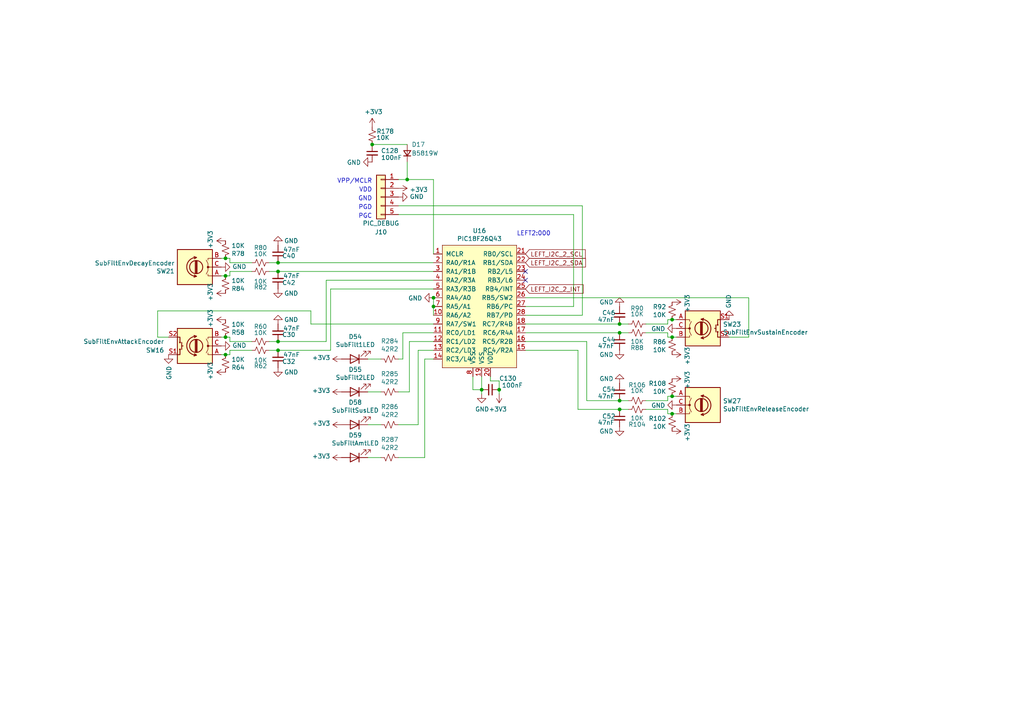
<source format=kicad_sch>
(kicad_sch (version 20210621) (generator eeschema)
  (paper "A4")
  (lib_symbols
    (symbol "Connector_Generic:Conn_01x05" (pin_names (offset 1.016) hide)
      (property "Reference" "J" (at 0 7.62 0))
      (property "Value" "Conn_01x05" (at 0 -7.62 0))
      (symbol "Conn_01x05_1_1"
        (rectangle (start -1.27 -4.953) (end 0 -5.207) (stroke (width 0.1524)))
        (rectangle (start -1.27 -2.413) (end 0 -2.667) (stroke (width 0.1524)))
        (rectangle (start -1.27 0.127) (end 0 -0.127) (stroke (width 0.1524)))
        (rectangle (start -1.27 2.667) (end 0 2.413) (stroke (width 0.1524)))
        (rectangle (start -1.27 5.207) (end 0 4.953) (stroke (width 0.1524)))
        (rectangle (start -1.27 6.35) (end 1.27 -6.35) (stroke (width 0.254)) (fill (type background)))
        (pin passive line (at -5.08 5.08 0) (length 3.81) (name "Pin_1") (number "1"))
        (pin passive line (at -5.08 2.54 0) (length 3.81) (name "Pin_2") (number "2"))
        (pin passive line (at -5.08 0 0) (length 3.81) (name "Pin_3") (number "3"))
        (pin passive line (at -5.08 -2.54 0) (length 3.81) (name "Pin_4") (number "4"))
        (pin passive line (at -5.08 -5.08 0) (length 3.81) (name "Pin_5") (number "5"))
      )
    )
    (symbol "Device:C_Small" (pin_numbers hide) (pin_names (offset 0.254) hide)
      (property "Reference" "C" (at 0.254 1.778 0))
      (property "Value" "C_Small" (at 0.254 -2.032 0))
      (symbol "C_Small_0_1"
        (polyline (pts (xy -1.524 -0.508) (xy 1.524 -0.508)) (stroke (width 0.3302)))
        (polyline (pts (xy -1.524 0.508) (xy 1.524 0.508)) (stroke (width 0.3048)))
      )
      (symbol "C_Small_1_1"
        (pin passive line (at 0 2.54 270) (length 2.032) (name "~") (number "1"))
        (pin passive line (at 0 -2.54 90) (length 2.032) (name "~") (number "2"))
      )
    )
    (symbol "Device:D_Small" (pin_numbers hide) (pin_names (offset 0.254) hide)
      (property "Reference" "D" (at -1.27 2.032 0))
      (property "Value" "D_Small" (at -3.81 -2.032 0))
      (symbol "D_Small_0_1"
        (polyline (pts (xy -0.762 -1.016) (xy -0.762 1.016)) (stroke (width 0.254)))
        (polyline (pts (xy -0.762 0) (xy 0.762 0)))
        (polyline (pts (xy 0.762 -1.016) (xy -0.762 0) (xy 0.762 1.016) (xy 0.762 -1.016)) (stroke (width 0.254)))
      )
      (symbol "D_Small_1_1"
        (pin passive line (at -2.54 0 0) (length 1.778) (name "K") (number "1"))
        (pin passive line (at 2.54 0 180) (length 1.778) (name "A") (number "2"))
      )
    )
    (symbol "Device:LED" (pin_numbers hide) (pin_names (offset 1.016) hide)
      (property "Reference" "D" (at 0 2.54 0))
      (property "Value" "LED" (at 0 -2.54 0))
      (symbol "LED_0_1"
        (polyline (pts (xy -1.27 -1.27) (xy -1.27 1.27)) (stroke (width 0.254)))
        (polyline (pts (xy -1.27 0) (xy 1.27 0)))
        (polyline (pts (xy 1.27 -1.27) (xy 1.27 1.27) (xy -1.27 0) (xy 1.27 -1.27)) (stroke (width 0.254)))
        (polyline (pts (xy -3.048 -0.762) (xy -4.572 -2.286) (xy -3.81 -2.286) (xy -4.572 -2.286) (xy -4.572 -1.524)))
        (polyline (pts (xy -1.778 -0.762) (xy -3.302 -2.286) (xy -2.54 -2.286) (xy -3.302 -2.286) (xy -3.302 -1.524)))
      )
      (symbol "LED_1_1"
        (pin passive line (at -3.81 0 0) (length 2.54) (name "K") (number "1"))
        (pin passive line (at 3.81 0 180) (length 2.54) (name "A") (number "2"))
      )
    )
    (symbol "Device:R_Small_US" (pin_numbers hide) (pin_names (offset 0.254) hide)
      (property "Reference" "R" (at 0.762 0.508 0))
      (property "Value" "R_Small_US" (at 0.762 -1.016 0))
      (symbol "R_Small_US_1_1"
        (polyline (pts (xy 0 0) (xy 1.016 -0.381) (xy 0 -0.762) (xy -1.016 -1.143) (xy 0 -1.524)))
        (polyline (pts (xy 0 1.524) (xy 1.016 1.143) (xy 0 0.762) (xy -1.016 0.381) (xy 0 0)))
        (pin passive line (at 0 2.54 270) (length 1.016) (name "~") (number "1"))
        (pin passive line (at 0 -2.54 90) (length 1.016) (name "~") (number "2"))
      )
    )
    (symbol "Device:RotaryEncoder" (pin_names (offset 0.254) hide)
      (property "Reference" "SW" (at 0 6.604 0))
      (property "Value" "RotaryEncoder" (at 0 -6.604 0))
      (symbol "RotaryEncoder_0_1"
        (arc (start -0.381 -2.794) (end -0.381 2.667) (radius (at -0.381 -0.0508) (length 2.7432) (angles -89.9 89.9)) (stroke (width 0.254)))
        (circle (center -0.381 0) (radius 1.905) (stroke (width 0.254)))
        (circle (center -3.81 0) (radius 0.254) (fill (type outline)))
        (rectangle (start -5.08 5.08) (end 5.08 -5.08) (stroke (width 0.254)) (fill (type background)))
        (polyline (pts (xy -0.635 -1.778) (xy -0.635 1.778)) (stroke (width 0.254)))
        (polyline (pts (xy -0.381 -1.778) (xy -0.381 1.778)) (stroke (width 0.254)))
        (polyline (pts (xy -0.127 1.778) (xy -0.127 -1.778)) (stroke (width 0.254)))
        (polyline (pts (xy -5.08 -2.54) (xy -3.81 -2.54) (xy -3.81 -2.032)))
        (polyline (pts (xy -5.08 2.54) (xy -3.81 2.54) (xy -3.81 2.032)))
        (polyline (pts (xy 0.254 -3.048) (xy -0.508 -2.794) (xy 0.127 -2.413)) (stroke (width 0.254)))
        (polyline (pts (xy 0.254 2.921) (xy -0.508 2.667) (xy 0.127 2.286)) (stroke (width 0.254)))
        (polyline (pts (xy -5.08 0) (xy -3.81 0) (xy -3.81 -1.016) (xy -3.302 -2.032)))
        (polyline (pts (xy -4.318 0) (xy -3.81 0) (xy -3.81 1.016) (xy -3.302 2.032)))
      )
      (symbol "RotaryEncoder_1_1"
        (pin passive line (at -7.62 2.54 0) (length 2.54) (name "A") (number "A"))
        (pin passive line (at -7.62 -2.54 0) (length 2.54) (name "B") (number "B"))
        (pin passive line (at -7.62 0 0) (length 2.54) (name "C") (number "C"))
      )
    )
    (symbol "Device:RotaryEncoder_Switch" (pin_names (offset 0.254) hide)
      (property "Reference" "SW" (at 0 6.604 0))
      (property "Value" "RotaryEncoder_Switch" (at 0 -6.604 0))
      (symbol "RotaryEncoder_Switch_0_1"
        (arc (start -0.381 -2.794) (end -0.381 2.667) (radius (at -0.381 -0.0508) (length 2.7432) (angles -89.9 89.9)) (stroke (width 0.254)))
        (circle (center -0.381 0) (radius 1.905) (stroke (width 0.254)))
        (circle (center 4.318 -1.016) (radius 0.127) (stroke (width 0.254)))
        (circle (center 4.318 1.016) (radius 0.127) (stroke (width 0.254)))
        (circle (center -3.81 0) (radius 0.254) (fill (type outline)))
        (rectangle (start -5.08 5.08) (end 5.08 -5.08) (stroke (width 0.254)) (fill (type background)))
        (polyline (pts (xy -0.635 -1.778) (xy -0.635 1.778)) (stroke (width 0.254)))
        (polyline (pts (xy -0.381 -1.778) (xy -0.381 1.778)) (stroke (width 0.254)))
        (polyline (pts (xy -0.127 1.778) (xy -0.127 -1.778)) (stroke (width 0.254)))
        (polyline (pts (xy 3.81 0) (xy 3.429 0)) (stroke (width 0.254)))
        (polyline (pts (xy 3.81 1.016) (xy 3.81 -1.016)) (stroke (width 0.254)))
        (polyline (pts (xy -5.08 -2.54) (xy -3.81 -2.54) (xy -3.81 -2.032)))
        (polyline (pts (xy -5.08 2.54) (xy -3.81 2.54) (xy -3.81 2.032)))
        (polyline (pts (xy 0.254 -3.048) (xy -0.508 -2.794) (xy 0.127 -2.413)) (stroke (width 0.254)))
        (polyline (pts (xy 0.254 2.921) (xy -0.508 2.667) (xy 0.127 2.286)) (stroke (width 0.254)))
        (polyline (pts (xy 5.08 -2.54) (xy 4.318 -2.54) (xy 4.318 -1.016)) (stroke (width 0.254)))
        (polyline (pts (xy 5.08 2.54) (xy 4.318 2.54) (xy 4.318 1.016)) (stroke (width 0.254)))
        (polyline (pts (xy -5.08 0) (xy -3.81 0) (xy -3.81 -1.016) (xy -3.302 -2.032)))
        (polyline (pts (xy -4.318 0) (xy -3.81 0) (xy -3.81 1.016) (xy -3.302 2.032)))
      )
      (symbol "RotaryEncoder_Switch_1_1"
        (pin passive line (at -7.62 2.54 0) (length 2.54) (name "A") (number "A"))
        (pin passive line (at -7.62 -2.54 0) (length 2.54) (name "B") (number "B"))
        (pin passive line (at -7.62 0 0) (length 2.54) (name "C") (number "C"))
        (pin passive line (at 7.62 2.54 180) (length 2.54) (name "S1") (number "S1"))
        (pin passive line (at 7.62 -2.54 180) (length 2.54) (name "S2") (number "S2"))
      )
    )
    (symbol "PIC18F26Q43:PIC18F26Q43" (pin_names (offset 1.016))
      (property "Reference" "U" (at -6.35 -1.27 0))
      (property "Value" "PIC18F26Q43" (at -6.35 -3.81 0))
      (symbol "PIC18F26Q43_0_1"
        (rectangle (start -17.78 -6.35) (end 3.81 -41.91) (fill (type background)))
      )
      (symbol "PIC18F26Q43_1_1"
        (pin input line (at -20.32 -8.89 0) (length 2.54) (name "MCLR") (number "1"))
        (pin input line (at -20.32 -26.67 0) (length 2.54) (name "RA6/A2") (number "10"))
        (pin output line (at -20.32 -31.75 0) (length 2.54) (name "RC0/LD1") (number "11"))
        (pin output line (at -20.32 -34.29 0) (length 2.54) (name "RC1/LD2") (number "12"))
        (pin output line (at -20.32 -36.83 0) (length 2.54) (name "RC2/LD3") (number "13"))
        (pin output line (at -20.32 -39.37 0) (length 2.54) (name "RC3/L4") (number "14"))
        (pin input line (at 6.35 -36.83 180) (length 2.54) (name "RC4/R2A") (number "15"))
        (pin input line (at 6.35 -34.29 180) (length 2.54) (name "RC5/R2B") (number "16"))
        (pin input line (at 6.35 -31.75 180) (length 2.54) (name "RC6/R4A") (number "17"))
        (pin input line (at 6.35 -29.21 180) (length 2.54) (name "RC7/R4B") (number "18"))
        (pin power_in line (at -6.35 -44.45 90) (length 2.54) (name "VSS") (number "19"))
        (pin input line (at -20.32 -11.43 0) (length 2.54) (name "RA0/R1A") (number "2"))
        (pin power_in line (at -3.81 -44.45 90) (length 2.54) (name "VDD") (number "20"))
        (pin input line (at 6.35 -8.89 180) (length 2.54) (name "RB0/SCL") (number "21"))
        (pin bidirectional line (at 6.35 -11.43 180) (length 2.54) (name "RB1/SDA") (number "22"))
        (pin output line (at 6.35 -13.97 180) (length 2.54) (name "RB2/L5") (number "23"))
        (pin output line (at 6.35 -16.51 180) (length 2.54) (name "RB3/L6") (number "24"))
        (pin bidirectional line (at 6.35 -19.05 180) (length 2.54) (name "RB4/INT") (number "25"))
        (pin output line (at 6.35 -21.59 180) (length 2.54) (name "RB5/SW2") (number "26"))
        (pin input line (at 6.35 -24.13 180) (length 2.54) (name "RB6/PC") (number "27"))
        (pin input line (at 6.35 -26.67 180) (length 2.54) (name "RB7/PD") (number "28"))
        (pin input line (at -20.32 -13.97 0) (length 2.54) (name "RA1/R1B") (number "3"))
        (pin input line (at -20.32 -16.51 0) (length 2.54) (name "RA2/R3A") (number "4"))
        (pin input line (at -20.32 -19.05 0) (length 2.54) (name "RA3/R3B") (number "5"))
        (pin input line (at -20.32 -21.59 0) (length 2.54) (name "RA4/A0") (number "6"))
        (pin input line (at -20.32 -24.13 0) (length 2.54) (name "RA5/A1") (number "7"))
        (pin power_in line (at -8.89 -44.45 90) (length 2.54) (name "VSS") (number "8"))
        (pin input line (at -20.32 -29.21 0) (length 2.54) (name "RA7/SW1") (number "9"))
      )
    )
    (symbol "power:+3.3V" (power) (pin_names (offset 0))
      (property "Value" "+3.3V" (at 0 3.556 0))
      (symbol "+3.3V_0_1"
        (polyline (pts (xy -0.762 1.27) (xy 0 2.54)))
        (polyline (pts (xy 0 0) (xy 0 2.54)))
        (polyline (pts (xy 0 2.54) (xy 0.762 1.27)))
      )
      (symbol "+3.3V_1_1"
        (pin power_in line (at 0 0 90) (length 0) hide (name "+3V3") (number "1"))
      )
    )
    (symbol "power:GND" (power) (pin_names (offset 0))
      (property "Value" "GND" (at 0 -3.81 0))
      (symbol "GND_0_1"
        (polyline (pts (xy 0 0) (xy 0 -1.27) (xy 1.27 -1.27) (xy 0 -2.54) (xy -1.27 -1.27) (xy 0 -1.27)))
      )
      (symbol "GND_1_1"
        (pin power_in line (at 0 0 270) (length 0) hide (name "GND") (number "1"))
      )
    )
  )
  (junction (at 65.405 74.93))
  (junction (at 65.405 80.01))
  (junction (at 65.405 97.79))
  (junction (at 65.405 102.87))
  (junction (at 80.645 76.2))
  (junction (at 80.645 78.74))
  (junction (at 80.645 99.06))
  (junction (at 80.645 101.6))
  (junction (at 107.95 41.91))
  (junction (at 118.11 52.07))
  (junction (at 125.73 86.36))
  (junction (at 125.73 88.9))
  (junction (at 139.7 113.03))
  (junction (at 144.78 113.03))
  (junction (at 179.705 93.98))
  (junction (at 179.705 96.52))
  (junction (at 179.705 116.205))
  (junction (at 179.705 118.745))
  (junction (at 194.945 92.71))
  (junction (at 194.945 97.79))
  (junction (at 194.945 114.935))
  (junction (at 194.945 120.015))
  (no_connect (at 152.4 78.74))
  (no_connect (at 152.4 81.28))
  (wire (pts (xy 45.72 90.17) (xy 45.72 97.79)))
  (wire (pts (xy 45.72 97.79) (xy 48.895 97.79)))
  (wire (pts (xy 65.405 74.93) (xy 64.135 74.93)))
  (wire (pts (xy 65.405 80.01) (xy 64.135 80.01)))
  (wire (pts (xy 65.405 97.79) (xy 64.135 97.79)))
  (wire (pts (xy 65.405 102.87) (xy 64.135 102.87)))
  (wire (pts (xy 66.675 74.93) (xy 65.405 74.93)))
  (wire (pts (xy 66.675 76.2) (xy 66.675 74.93)))
  (wire (pts (xy 66.675 80.01) (xy 65.405 80.01)))
  (wire (pts (xy 66.675 80.01) (xy 66.675 78.74)))
  (wire (pts (xy 66.675 97.79) (xy 65.405 97.79)))
  (wire (pts (xy 66.675 99.06) (xy 66.675 97.79)))
  (wire (pts (xy 66.675 102.87) (xy 65.405 102.87)))
  (wire (pts (xy 66.675 102.87) (xy 66.675 101.6)))
  (wire (pts (xy 73.025 76.2) (xy 66.675 76.2)))
  (wire (pts (xy 73.025 78.74) (xy 66.675 78.74)))
  (wire (pts (xy 73.025 99.06) (xy 66.675 99.06)))
  (wire (pts (xy 73.025 101.6) (xy 66.675 101.6)))
  (wire (pts (xy 78.105 76.2) (xy 80.645 76.2)))
  (wire (pts (xy 78.105 78.74) (xy 80.645 78.74)))
  (wire (pts (xy 78.105 99.06) (xy 80.645 99.06)))
  (wire (pts (xy 78.105 101.6) (xy 80.645 101.6)))
  (wire (pts (xy 80.645 76.2) (xy 125.73 76.2)))
  (wire (pts (xy 80.645 78.74) (xy 125.73 78.74)))
  (wire (pts (xy 80.645 99.06) (xy 94.615 99.06)))
  (wire (pts (xy 80.645 101.6) (xy 95.885 101.6)))
  (wire (pts (xy 90.17 90.17) (xy 45.72 90.17)))
  (wire (pts (xy 90.17 93.98) (xy 90.17 90.17)))
  (wire (pts (xy 94.615 81.28) (xy 94.615 99.06)))
  (wire (pts (xy 95.885 83.82) (xy 95.885 101.6)))
  (wire (pts (xy 95.885 83.82) (xy 125.73 83.82)))
  (wire (pts (xy 106.68 113.665) (xy 110.49 113.665)))
  (wire (pts (xy 106.68 123.19) (xy 110.49 123.19)))
  (wire (pts (xy 106.68 132.715) (xy 110.49 132.715)))
  (wire (pts (xy 107.95 41.91) (xy 118.11 41.91)))
  (wire (pts (xy 110.49 104.14) (xy 106.68 104.14)))
  (wire (pts (xy 115.57 52.07) (xy 118.11 52.07)))
  (wire (pts (xy 115.57 59.69) (xy 168.91 59.69)))
  (wire (pts (xy 115.57 62.23) (xy 166.37 62.23)))
  (wire (pts (xy 115.57 113.665) (xy 118.745 113.665)))
  (wire (pts (xy 115.57 123.19) (xy 121.285 123.19)))
  (wire (pts (xy 116.84 96.52) (xy 116.84 104.14)))
  (wire (pts (xy 116.84 96.52) (xy 125.73 96.52)))
  (wire (pts (xy 116.84 104.14) (xy 115.57 104.14)))
  (wire (pts (xy 118.11 52.07) (xy 118.11 46.99)))
  (wire (pts (xy 118.745 99.06) (xy 125.73 99.06)))
  (wire (pts (xy 118.745 113.665) (xy 118.745 99.06)))
  (wire (pts (xy 121.285 101.6) (xy 125.73 101.6)))
  (wire (pts (xy 121.285 123.19) (xy 121.285 101.6)))
  (wire (pts (xy 123.19 104.14) (xy 123.19 132.715)))
  (wire (pts (xy 123.19 132.715) (xy 115.57 132.715)))
  (wire (pts (xy 125.73 52.07) (xy 118.11 52.07)))
  (wire (pts (xy 125.73 52.07) (xy 125.73 73.66)))
  (wire (pts (xy 125.73 81.28) (xy 94.615 81.28)))
  (wire (pts (xy 125.73 86.36) (xy 125.73 88.9)))
  (wire (pts (xy 125.73 88.9) (xy 125.73 91.44)))
  (wire (pts (xy 125.73 93.98) (xy 90.17 93.98)))
  (wire (pts (xy 125.73 104.14) (xy 123.19 104.14)))
  (wire (pts (xy 137.16 109.22) (xy 137.16 113.03)))
  (wire (pts (xy 137.16 113.03) (xy 139.7 113.03)))
  (wire (pts (xy 139.7 109.22) (xy 139.7 113.03)))
  (wire (pts (xy 139.7 113.03) (xy 139.7 114.3)))
  (wire (pts (xy 142.24 109.22) (xy 142.24 110.49)))
  (wire (pts (xy 144.78 110.49) (xy 142.24 110.49)))
  (wire (pts (xy 144.78 110.49) (xy 144.78 113.03)))
  (wire (pts (xy 144.78 114.3) (xy 144.78 113.03)))
  (wire (pts (xy 152.4 86.36) (xy 217.17 86.36)))
  (wire (pts (xy 152.4 91.44) (xy 168.91 91.44)))
  (wire (pts (xy 152.4 93.98) (xy 179.705 93.98)))
  (wire (pts (xy 152.4 96.52) (xy 179.705 96.52)))
  (wire (pts (xy 152.4 101.6) (xy 167.64 101.6)))
  (wire (pts (xy 166.37 62.23) (xy 166.37 88.9)))
  (wire (pts (xy 166.37 88.9) (xy 152.4 88.9)))
  (wire (pts (xy 167.64 101.6) (xy 167.64 118.745)))
  (wire (pts (xy 167.64 118.745) (xy 179.705 118.745)))
  (wire (pts (xy 168.91 59.69) (xy 168.91 91.44)))
  (wire (pts (xy 170.18 99.06) (xy 152.4 99.06)))
  (wire (pts (xy 170.18 116.205) (xy 170.18 99.06)))
  (wire (pts (xy 170.18 116.205) (xy 179.705 116.205)))
  (wire (pts (xy 182.245 93.98) (xy 179.705 93.98)))
  (wire (pts (xy 182.245 96.52) (xy 179.705 96.52)))
  (wire (pts (xy 182.245 116.205) (xy 179.705 116.205)))
  (wire (pts (xy 182.245 118.745) (xy 179.705 118.745)))
  (wire (pts (xy 187.325 93.98) (xy 193.675 93.98)))
  (wire (pts (xy 187.325 96.52) (xy 193.675 96.52)))
  (wire (pts (xy 187.325 116.205) (xy 193.675 116.205)))
  (wire (pts (xy 187.325 118.745) (xy 193.675 118.745)))
  (wire (pts (xy 193.675 92.71) (xy 193.675 93.98)))
  (wire (pts (xy 193.675 92.71) (xy 194.945 92.71)))
  (wire (pts (xy 193.675 96.52) (xy 193.675 97.79)))
  (wire (pts (xy 193.675 97.79) (xy 194.945 97.79)))
  (wire (pts (xy 193.675 114.935) (xy 193.675 116.205)))
  (wire (pts (xy 193.675 114.935) (xy 194.945 114.935)))
  (wire (pts (xy 193.675 118.745) (xy 193.675 120.015)))
  (wire (pts (xy 193.675 120.015) (xy 194.945 120.015)))
  (wire (pts (xy 194.945 92.71) (xy 196.215 92.71)))
  (wire (pts (xy 194.945 97.79) (xy 196.215 97.79)))
  (wire (pts (xy 194.945 114.935) (xy 196.215 114.935)))
  (wire (pts (xy 194.945 120.015) (xy 196.215 120.015)))
  (wire (pts (xy 217.17 86.36) (xy 217.17 97.79)))
  (wire (pts (xy 217.17 97.79) (xy 211.455 97.79)))
  (text "VPP/MCLR" (at 107.95 53.34 180) (effects (font (size 1.27 1.27)) (justify right bottom)))
  (text "VDD" (at 107.95 55.88 180) (effects (font (size 1.27 1.27)) (justify right bottom)))
  (text "GND" (at 107.95 58.42 180) (effects (font (size 1.27 1.27)) (justify right bottom)))
  (text "PGD" (at 107.95 60.96 180) (effects (font (size 1.27 1.27)) (justify right bottom)))
  (text "PGC" (at 107.95 63.5 180) (effects (font (size 1.27 1.27)) (justify right bottom)))
  (text "LEFT2:000" (at 149.86 68.58 0) (effects (font (size 1.27 1.27)) (justify left bottom)))
  (global_label "LEFT_I2C_2_SCL" (shape input) (at 152.4 73.66 0) (property "Intersheet References" "${INTERSHEET_REFS}" (effects hide)))
  (global_label "LEFT_I2C_2_SDA" (shape input) (at 152.4 76.2 0) (property "Intersheet References" "${INTERSHEET_REFS}" (effects hide)))
  (global_label "LEFT_I2C_2_INT" (shape input) (at 152.4 83.82 0) (property "Intersheet References" "${INTERSHEET_REFS}" (effects hide)))
  (symbol (lib_id "power:+3.3V") (at 65.405 69.85 90) (unit 1)
    (property "Reference" "#PWR0349" (effects hide))
    (property "Value" "+3.3V" (at 61.0108 69.469 0))
  )
  (symbol (lib_id "power:+3.3V") (at 65.405 85.09 90) (unit 1)
    (property "Reference" "#PWR0351" (effects hide))
    (property "Value" "+3.3V" (at 61.0108 84.709 0))
  )
  (symbol (lib_id "power:+3.3V") (at 65.405 92.71 90) (unit 1)
    (property "Reference" "#PWR0344" (effects hide))
    (property "Value" "+3.3V" (at 61.0108 92.329 0))
  )
  (symbol (lib_id "power:+3.3V") (at 65.405 107.95 90) (unit 1)
    (property "Reference" "#PWR0346" (effects hide))
    (property "Value" "+3.3V" (at 61.0108 107.569 0))
  )
  (symbol (lib_id "power:+3.3V") (at 99.06 104.14 90) (unit 1)
    (property "Reference" "#PWR0630" (effects hide))
    (property "Value" "+3.3V" (at 95.8088 103.759 90) (effects (justify left)))
  )
  (symbol (lib_id "power:+3.3V") (at 99.06 113.665 90) (unit 1)
    (property "Reference" "#PWR0631" (effects hide))
    (property "Value" "+3.3V" (at 95.8088 113.284 90) (effects (justify left)))
  )
  (symbol (lib_id "power:+3.3V") (at 99.06 123.19 90) (unit 1)
    (property "Reference" "#PWR0632" (effects hide))
    (property "Value" "+3.3V" (at 95.8088 122.809 90) (effects (justify left)))
  )
  (symbol (lib_id "power:+3.3V") (at 99.06 132.715 90) (unit 1)
    (property "Reference" "#PWR0633" (effects hide))
    (property "Value" "+3.3V" (at 95.8088 132.334 90) (effects (justify left)))
  )
  (symbol (lib_id "power:+3.3V") (at 107.95 36.83 0) (unit 1)
    (property "Reference" "#PWR0339" (effects hide))
    (property "Value" "+3.3V" (at 108.331 32.4358 0))
  )
  (symbol (lib_id "power:+3.3V") (at 115.57 54.61 270) (unit 1)
    (property "Reference" "#PWR0341" (effects hide))
    (property "Value" "+3.3V" (at 118.8212 54.991 90) (effects (justify left)))
  )
  (symbol (lib_id "power:+3.3V") (at 144.78 114.3 180) (unit 1)
    (property "Reference" "#PWR0343" (effects hide))
    (property "Value" "+3.3V" (at 144.399 118.6942 0))
  )
  (symbol (lib_id "power:+3.3V") (at 194.945 87.63 270) (unit 1)
    (property "Reference" "#PWR0356" (effects hide))
    (property "Value" "+3.3V" (at 199.3392 88.011 0))
  )
  (symbol (lib_id "power:+3.3V") (at 194.945 102.87 270) (unit 1)
    (property "Reference" "#PWR0354" (effects hide))
    (property "Value" "+3.3V" (at 199.3392 103.251 0))
  )
  (symbol (lib_id "power:+3.3V") (at 194.945 109.855 270) (unit 1)
    (property "Reference" "#PWR0361" (effects hide))
    (property "Value" "+3.3V" (at 199.3392 110.236 0))
  )
  (symbol (lib_id "power:+3.3V") (at 194.945 125.095 270) (unit 1)
    (property "Reference" "#PWR0359" (effects hide))
    (property "Value" "+3.3V" (at 199.3392 125.476 0))
  )
  (symbol (lib_id "power:GND") (at 48.895 102.87 0) (unit 1)
    (property "Reference" "#PWR0246" (effects hide))
    (property "Value" "GND" (at 49.022 106.1212 90) (effects (justify right)))
  )
  (symbol (lib_id "power:GND") (at 64.135 77.47 90) (unit 1)
    (property "Reference" "#PWR0147" (effects hide))
    (property "Value" "GND" (at 67.3862 77.343 90) (effects (justify right)))
  )
  (symbol (lib_id "power:GND") (at 64.135 100.33 90) (unit 1)
    (property "Reference" "#PWR0124" (effects hide))
    (property "Value" "GND" (at 67.3862 100.203 90) (effects (justify right)))
  )
  (symbol (lib_id "power:GND") (at 80.645 71.12 180) (unit 1)
    (property "Reference" "#PWR0145" (effects hide))
    (property "Value" "GND" (at 84.455 69.85 0))
  )
  (symbol (lib_id "power:GND") (at 80.645 83.82 0) (unit 1)
    (property "Reference" "#PWR0149" (effects hide))
    (property "Value" "GND" (at 84.455 85.09 0))
  )
  (symbol (lib_id "power:GND") (at 80.645 93.98 180) (unit 1)
    (property "Reference" "#PWR0122" (effects hide))
    (property "Value" "GND" (at 84.455 92.71 0))
  )
  (symbol (lib_id "power:GND") (at 80.645 106.68 0) (unit 1)
    (property "Reference" "#PWR0128" (effects hide))
    (property "Value" "GND" (at 84.455 107.95 0))
  )
  (symbol (lib_id "power:GND") (at 107.95 46.99 270) (unit 1)
    (property "Reference" "#PWR0352" (effects hide))
    (property "Value" "GND" (at 104.6988 47.117 90) (effects (justify right)))
  )
  (symbol (lib_id "power:GND") (at 115.57 57.15 90) (unit 1)
    (property "Reference" "#PWR0350" (effects hide))
    (property "Value" "GND" (at 118.8212 57.023 90) (effects (justify right)))
  )
  (symbol (lib_id "power:GND") (at 125.73 86.36 270) (unit 1)
    (property "Reference" "#PWR0914" (effects hide))
    (property "Value" "GND" (at 122.4788 86.487 90) (effects (justify right)))
  )
  (symbol (lib_id "power:GND") (at 139.7 114.3 0) (unit 1)
    (property "Reference" "#PWR0265" (effects hide))
    (property "Value" "GND" (at 139.827 118.6942 0))
  )
  (symbol (lib_id "power:GND") (at 179.705 88.9 180) (unit 1)
    (property "Reference" "#PWR0158" (effects hide))
    (property "Value" "GND" (at 175.895 87.63 0))
  )
  (symbol (lib_id "power:GND") (at 179.705 101.6 0) (unit 1)
    (property "Reference" "#PWR0154" (effects hide))
    (property "Value" "GND" (at 175.895 102.87 0))
  )
  (symbol (lib_id "power:GND") (at 179.705 111.125 180) (unit 1)
    (property "Reference" "#PWR0175" (effects hide))
    (property "Value" "GND" (at 175.895 109.855 0))
  )
  (symbol (lib_id "power:GND") (at 179.705 123.825 0) (unit 1)
    (property "Reference" "#PWR0171" (effects hide))
    (property "Value" "GND" (at 175.895 125.095 0))
  )
  (symbol (lib_id "power:GND") (at 196.215 95.25 270) (unit 1)
    (property "Reference" "#PWR0156" (effects hide))
    (property "Value" "GND" (at 192.9638 95.377 90) (effects (justify right)))
  )
  (symbol (lib_id "power:GND") (at 196.215 117.475 270) (unit 1)
    (property "Reference" "#PWR0173" (effects hide))
    (property "Value" "GND" (at 192.9638 117.602 90) (effects (justify right)))
  )
  (symbol (lib_id "power:GND") (at 211.455 92.71 180) (unit 1)
    (property "Reference" "#PWR0616" (effects hide))
    (property "Value" "GND" (at 211.328 89.4588 90) (effects (justify right)))
  )
  (symbol (lib_id "Device:R_Small_US") (at 65.405 72.39 0) (mirror y) (unit 1)
    (property "Reference" "R78" (at 67.1068 73.5584 0) (effects (justify right)))
    (property "Value" "10K" (at 67.1068 71.247 0) (effects (justify right)))
    (property "Footprint" "Resistor_SMD:R_0402_1005Metric" (effects hide))
    (property "LCSC" "C25744" (effects hide))
  )
  (symbol (lib_id "Device:R_Small_US") (at 65.405 82.55 0) (mirror y) (unit 1)
    (property "Reference" "R84" (at 67.1068 83.7184 0) (effects (justify right)))
    (property "Value" "10K" (at 67.1068 81.407 0) (effects (justify right)))
    (property "Footprint" "Resistor_SMD:R_0402_1005Metric" (effects hide))
    (property "LCSC" "C25744" (effects hide))
  )
  (symbol (lib_id "Device:R_Small_US") (at 65.405 95.25 0) (mirror y) (unit 1)
    (property "Reference" "R58" (at 67.1068 96.4184 0) (effects (justify right)))
    (property "Value" "10K" (at 67.1068 94.107 0) (effects (justify right)))
    (property "Footprint" "Resistor_SMD:R_0402_1005Metric" (effects hide))
    (property "LCSC" "C25744" (effects hide))
  )
  (symbol (lib_id "Device:R_Small_US") (at 65.405 105.41 0) (mirror y) (unit 1)
    (property "Reference" "R64" (at 67.1068 106.5784 0) (effects (justify right)))
    (property "Value" "10K" (at 67.1068 104.267 0) (effects (justify right)))
    (property "Footprint" "Resistor_SMD:R_0402_1005Metric" (effects hide))
    (property "LCSC" "C25744" (effects hide))
  )
  (symbol (lib_id "Device:R_Small_US") (at 75.565 76.2 270) (unit 1)
    (property "Reference" "R80" (at 75.565 71.12 90) (effects (justify top)))
    (property "Value" "10K" (at 75.565 73.66 90))
    (property "Footprint" "Resistor_SMD:R_0402_1005Metric" (effects hide))
    (property "LCSC" "C25744" (effects hide))
  )
  (symbol (lib_id "Device:R_Small_US") (at 75.565 78.74 90) (unit 1)
    (property "Reference" "R82" (at 75.565 82.55 90) (effects (justify bottom)))
    (property "Value" "10K" (at 75.565 81.6356 90))
    (property "Footprint" "Resistor_SMD:R_0402_1005Metric" (effects hide))
    (property "LCSC" "C25744" (effects hide))
  )
  (symbol (lib_id "Device:R_Small_US") (at 75.565 99.06 270) (unit 1)
    (property "Reference" "R60" (at 75.565 93.98 90) (effects (justify top)))
    (property "Value" "10K" (at 75.565 96.52 90))
    (property "Footprint" "Resistor_SMD:R_0402_1005Metric" (effects hide))
    (property "LCSC" "C25744" (effects hide))
  )
  (symbol (lib_id "Device:R_Small_US") (at 75.565 101.6 90) (unit 1)
    (property "Reference" "R62" (at 75.565 105.41 90) (effects (justify bottom)))
    (property "Value" "10K" (at 75.565 104.4956 90))
    (property "Footprint" "Resistor_SMD:R_0402_1005Metric" (effects hide))
    (property "LCSC" "C25744" (effects hide))
  )
  (symbol (lib_id "Device:R_Small_US") (at 107.95 39.37 180) (unit 1)
    (property "Reference" "R178" (at 114.3 38.1 0) (effects (justify left)))
    (property "Value" "10K" (at 113.03 40.64 0) (effects (justify left top)))
    (property "Footprint" "Resistor_SMD:R_0603_1608Metric" (effects hide))
    (property "LCSC" "C25804" (effects hide))
  )
  (symbol (lib_id "Device:R_Small_US") (at 113.03 104.14 90) (mirror x) (unit 1)
    (property "Reference" "R284" (at 113.03 98.933 90))
    (property "Value" "42R2" (at 113.03 101.2444 90))
    (property "Footprint" "Resistor_SMD:R_0603_1608Metric" (effects hide))
    (property "LCSC" "C23182" (effects hide))
  )
  (symbol (lib_id "Device:R_Small_US") (at 113.03 113.665 90) (mirror x) (unit 1)
    (property "Reference" "R285" (at 113.03 108.458 90))
    (property "Value" "42R2" (at 113.03 110.7694 90))
    (property "Footprint" "Resistor_SMD:R_0603_1608Metric" (effects hide))
    (property "LCSC" "C23182" (effects hide))
  )
  (symbol (lib_id "Device:R_Small_US") (at 113.03 123.19 90) (mirror x) (unit 1)
    (property "Reference" "R286" (at 113.03 117.983 90))
    (property "Value" "42R2" (at 113.03 120.2944 90))
    (property "Footprint" "Resistor_SMD:R_0603_1608Metric" (effects hide))
    (property "LCSC" "C23182" (effects hide))
  )
  (symbol (lib_id "Device:R_Small_US") (at 113.03 132.715 90) (mirror x) (unit 1)
    (property "Reference" "R287" (at 113.03 127.508 90))
    (property "Value" "42R2" (at 113.03 129.8194 90))
    (property "Footprint" "Resistor_SMD:R_0603_1608Metric" (effects hide))
    (property "LCSC" "C23182" (effects hide))
  )
  (symbol (lib_id "Device:R_Small_US") (at 184.785 93.98 270) (unit 1)
    (property "Reference" "R90" (at 184.785 90.17 90) (effects (justify bottom)))
    (property "Value" "10K" (at 184.785 91.0844 90))
    (property "Footprint" "Resistor_SMD:R_0402_1005Metric" (effects hide))
    (property "LCSC" "C25744" (effects hide))
  )
  (symbol (lib_id "Device:R_Small_US") (at 184.785 96.52 90) (unit 1)
    (property "Reference" "R88" (at 184.785 101.6 90) (effects (justify top)))
    (property "Value" "10K" (at 184.785 99.06 90))
    (property "Footprint" "Resistor_SMD:R_0402_1005Metric" (effects hide))
    (property "LCSC" "C25744" (effects hide))
  )
  (symbol (lib_id "Device:R_Small_US") (at 184.785 116.205 270) (unit 1)
    (property "Reference" "R106" (at 184.785 112.395 90) (effects (justify bottom)))
    (property "Value" "10K" (at 184.785 113.3094 90))
    (property "Footprint" "Resistor_SMD:R_0402_1005Metric" (effects hide))
    (property "LCSC" "C25744" (effects hide))
  )
  (symbol (lib_id "Device:R_Small_US") (at 184.785 118.745 90) (unit 1)
    (property "Reference" "R104" (at 184.785 123.825 90) (effects (justify top)))
    (property "Value" "10K" (at 184.785 121.285 90))
    (property "Footprint" "Resistor_SMD:R_0402_1005Metric" (effects hide))
    (property "LCSC" "C25744" (effects hide))
  )
  (symbol (lib_id "Device:R_Small_US") (at 194.945 90.17 0) (mirror x) (unit 1)
    (property "Reference" "R92" (at 193.2432 89.0016 0) (effects (justify right)))
    (property "Value" "10K" (at 193.2432 91.313 0) (effects (justify right)))
    (property "Footprint" "Resistor_SMD:R_0402_1005Metric" (effects hide))
    (property "LCSC" "C25744" (effects hide))
  )
  (symbol (lib_id "Device:R_Small_US") (at 194.945 100.33 0) (mirror x) (unit 1)
    (property "Reference" "R86" (at 193.2432 99.1616 0) (effects (justify right)))
    (property "Value" "10K" (at 193.2432 101.473 0) (effects (justify right)))
    (property "Footprint" "Resistor_SMD:R_0402_1005Metric" (effects hide))
    (property "LCSC" "C25744" (effects hide))
  )
  (symbol (lib_id "Device:R_Small_US") (at 194.945 112.395 0) (mirror x) (unit 1)
    (property "Reference" "R108" (at 193.2432 111.2266 0) (effects (justify right)))
    (property "Value" "10K" (at 193.2432 113.538 0) (effects (justify right)))
    (property "Footprint" "Resistor_SMD:R_0402_1005Metric" (effects hide))
    (property "LCSC" "C25744" (effects hide))
  )
  (symbol (lib_id "Device:R_Small_US") (at 194.945 122.555 0) (mirror x) (unit 1)
    (property "Reference" "R102" (at 193.2432 121.3866 0) (effects (justify right)))
    (property "Value" "10K" (at 193.2432 123.698 0) (effects (justify right)))
    (property "Footprint" "Resistor_SMD:R_0402_1005Metric" (effects hide))
    (property "LCSC" "C25744" (effects hide))
  )
  (symbol (lib_id "Device:D_Small") (at 118.11 44.45 90) (unit 1)
    (property "Reference" "D17" (at 119.38 41.91 90) (effects (justify right)))
    (property "Value" "B5819W" (at 119.38 44.45 90) (effects (justify right)))
    (property "Footprint" "Diode_SMD:D_SOD-123" (effects hide))
    (property "LCSC" "C8598" (effects hide))
  )
  (symbol (lib_id "Device:C_Small") (at 80.645 73.66 0) (mirror x) (unit 1)
    (property "Reference" "C40" (at 85.725 74.93 0) (effects (justify right top)))
    (property "Value" "47nF" (at 86.995 72.39 0) (effects (justify right)))
    (property "Footprint" "Capacitor_SMD:C_0603_1608Metric" (effects hide))
    (property "LCSC" "C1622" (effects hide))
  )
  (symbol (lib_id "Device:C_Small") (at 80.645 81.28 0) (mirror x) (unit 1)
    (property "Reference" "C42" (at 85.725 81.28 0) (effects (justify right bottom)))
    (property "Value" "47nF" (at 86.995 80.01 0) (effects (justify right)))
    (property "Footprint" "Capacitor_SMD:C_0603_1608Metric" (effects hide))
    (property "LCSC" "C1622" (effects hide))
  )
  (symbol (lib_id "Device:C_Small") (at 80.645 96.52 0) (mirror x) (unit 1)
    (property "Reference" "C30" (at 85.725 97.79 0) (effects (justify right top)))
    (property "Value" "47nF" (at 86.995 95.25 0) (effects (justify right)))
    (property "Footprint" "Capacitor_SMD:C_0603_1608Metric" (effects hide))
    (property "LCSC" "C1622" (effects hide))
  )
  (symbol (lib_id "Device:C_Small") (at 80.645 104.14 0) (mirror x) (unit 1)
    (property "Reference" "C32" (at 85.725 104.14 0) (effects (justify right bottom)))
    (property "Value" "47nF" (at 86.995 102.87 0) (effects (justify right)))
    (property "Footprint" "Capacitor_SMD:C_0603_1608Metric" (effects hide))
    (property "LCSC" "C1622" (effects hide))
  )
  (symbol (lib_id "Device:C_Small") (at 107.95 44.45 0) (unit 1)
    (property "Reference" "C128" (at 110.49 44.45 0) (effects (justify left bottom)))
    (property "Value" "100nF" (at 110.49 45.72 0) (effects (justify left)))
    (property "Footprint" "Capacitor_SMD:C_0402_1005Metric" (effects hide))
    (property "LCSC" "C1525" (effects hide))
  )
  (symbol (lib_id "Device:C_Small") (at 142.24 113.03 270) (unit 1)
    (property "Reference" "C130" (at 147.32 110.49 90) (effects (justify bottom)))
    (property "Value" "100nF" (at 148.59 111.76 90))
    (property "Footprint" "Capacitor_SMD:C_0402_1005Metric" (effects hide))
    (property "LCSC" "C1525" (effects hide))
  )
  (symbol (lib_id "Device:C_Small") (at 179.705 91.44 0) (mirror y) (unit 1)
    (property "Reference" "C46" (at 174.625 91.44 0) (effects (justify right bottom)))
    (property "Value" "47nF" (at 173.355 92.71 0) (effects (justify right)))
    (property "Footprint" "Capacitor_SMD:C_0603_1608Metric" (effects hide))
    (property "LCSC" "C1622" (effects hide))
  )
  (symbol (lib_id "Device:C_Small") (at 179.705 99.06 0) (mirror y) (unit 1)
    (property "Reference" "C44" (at 174.625 97.79 0) (effects (justify right top)))
    (property "Value" "47nF" (at 173.355 100.33 0) (effects (justify right)))
    (property "Footprint" "Capacitor_SMD:C_0603_1608Metric" (effects hide))
    (property "LCSC" "C1622" (effects hide))
  )
  (symbol (lib_id "Device:C_Small") (at 179.705 113.665 0) (mirror y) (unit 1)
    (property "Reference" "C54" (at 174.625 113.665 0) (effects (justify right bottom)))
    (property "Value" "47nF" (at 173.355 114.935 0) (effects (justify right)))
    (property "Footprint" "Capacitor_SMD:C_0603_1608Metric" (effects hide))
    (property "LCSC" "C1622" (effects hide))
  )
  (symbol (lib_id "Device:C_Small") (at 179.705 121.285 0) (mirror y) (unit 1)
    (property "Reference" "C52" (at 174.625 120.015 0) (effects (justify right top)))
    (property "Value" "47nF" (at 173.355 122.555 0) (effects (justify right)))
    (property "Footprint" "Capacitor_SMD:C_0603_1608Metric" (effects hide))
    (property "LCSC" "C1622" (effects hide))
  )
  (symbol (lib_id "Device:LED") (at 102.87 104.14 180) (unit 1)
    (property "Reference" "D54" (at 103.0478 97.663 0))
    (property "Value" "SubFilt1LED" (at 103.0478 99.9744 0))
    (property "Footprint" "LED_SMD:LED_0603_1608Metric" (effects hide))
    (property "LCSC" "C2286" (effects hide))
  )
  (symbol (lib_id "Device:LED") (at 102.87 113.665 180) (unit 1)
    (property "Reference" "D55" (at 103.0478 107.188 0))
    (property "Value" "SubFilt2LED" (at 103.0478 109.4994 0))
    (property "Footprint" "LED_SMD:LED_0603_1608Metric" (effects hide))
    (property "LCSC" "C2286" (effects hide))
  )
  (symbol (lib_id "Device:LED") (at 102.87 123.19 180) (unit 1)
    (property "Reference" "D58" (at 103.0478 116.713 0))
    (property "Value" "SubFiltSusLED" (at 103.0478 119.0244 0))
    (property "Footprint" "LED_SMD:LED_0603_1608Metric" (effects hide))
    (property "LCSC" "C2286" (effects hide))
  )
  (symbol (lib_id "Device:LED") (at 102.87 132.715 180) (unit 1)
    (property "Reference" "D59" (at 103.0478 126.238 0))
    (property "Value" "SubFiltAmtLED" (at 103.0478 128.5494 0))
    (property "Footprint" "LED_SMD:LED_0603_1608Metric" (effects hide))
    (property "LCSC" "C2286" (effects hide))
  )
  (symbol (lib_id "Connector_Generic:Conn_01x05") (at 110.49 57.15 0) (mirror y) (unit 1)
    (property "Reference" "J10" (at 110.49 67.31 0))
    (property "Value" "PIC_DEBUG" (at 110.49 64.77 0))
    (property "Footprint" "Connector_PinHeader_1.27mm:PinHeader_1x05_P1.27mm_Vertical" (effects hide))
  )
  (symbol (lib_id "Device:RotaryEncoder") (at 56.515 77.47 180) (unit 1)
    (property "Reference" "SW21" (at 50.673 78.6384 0) (effects (justify left)))
    (property "Value" "SubFiltEnvDecayEncoder" (at 50.673 76.327 0) (effects (justify left)))
    (property "Footprint" "PEC11R:PEC11R-4x15F-N0024" (effects hide))
  )
  (symbol (lib_id "Device:RotaryEncoder") (at 203.835 117.475 0) (unit 1)
    (property "Reference" "SW27" (at 209.677 116.3066 0) (effects (justify left)))
    (property "Value" "SubFiltEnvReleaseEncoder" (at 209.677 118.618 0) (effects (justify left)))
    (property "Footprint" "PEC11R:PEC11R-4x15F-N0024" (effects hide))
  )
  (symbol (lib_id "Device:RotaryEncoder_Switch") (at 56.515 100.33 180) (unit 1)
    (property "Reference" "SW16" (at 47.625 101.6 0) (effects (justify left)))
    (property "Value" "SubFiltEnvAttackEncoder" (at 47.625 99.06 0) (effects (justify left)))
    (property "Footprint" "PEC11R:PEC11R-4x15F-S0024" (effects hide))
  )
  (symbol (lib_id "Device:RotaryEncoder_Switch") (at 203.835 95.25 0) (unit 1)
    (property "Reference" "SW23" (at 209.677 94.0816 0) (effects (justify left)))
    (property "Value" "SubFiltEnvSustainEncoder" (at 209.677 96.393 0) (effects (justify left)))
    (property "Footprint" "PEC11R:PEC11R-4x15F-S0024" (effects hide))
  )
  (symbol (lib_id "PIC18F26Q43:PIC18F26Q43") (at 146.05 64.77 0) (unit 1)
    (property "Reference" "U16" (at 139.065 66.929 0))
    (property "Value" "PIC18F26Q43" (at 139.065 69.2404 0))
    (property "Footprint" "Package_SO:SSOP-28_5.3x10.2mm_P0.65mm" (effects hide))
  )
)
</source>
